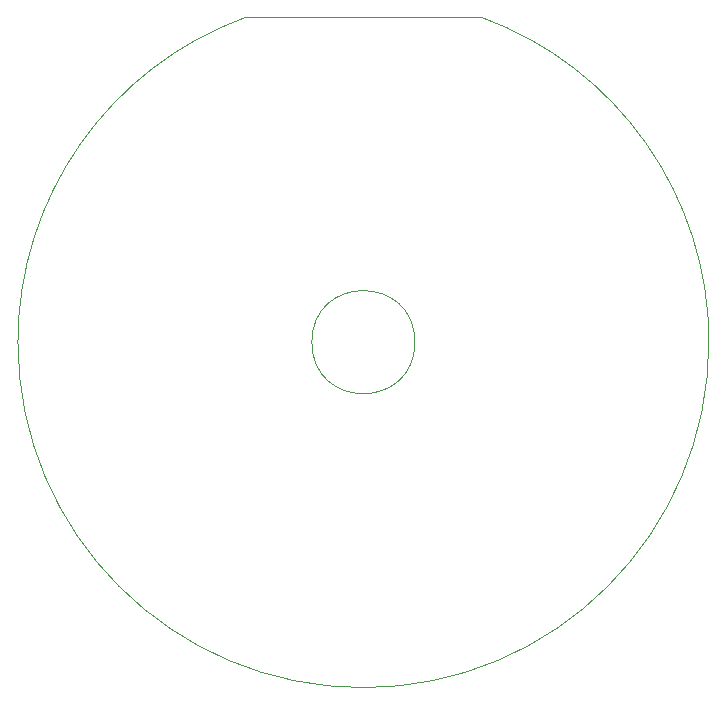
<source format=gbr>
%FSLAX46Y46*%
G04 Gerber Fmt 4.6, Leading zero omitted, Abs format (unit mm)*
G04 Created by KiCad (PCBNEW (2014-jul-16 BZR unknown)-product) date Tue 05 Aug 2014 16:38:57 CST*
%MOMM*%
G01*
G04 APERTURE LIST*
%ADD10C,0.150000*%
%ADD11C,0.100000*%
G04 APERTURE END LIST*
D10*
D11*
X190000000Y-72500000D02*
X210000000Y-72500000D01*
X229261749Y-99991372D02*
G75*
G03X210000000Y-72500000I-29261749J-8628D01*
G74*
G01*
X189995911Y-72513991D02*
G75*
G03X170750000Y-100000000I10004089J-27486009D01*
G74*
G01*
X170750000Y-100000000D02*
G75*
G03X200000000Y-129250000I29250000J0D01*
G74*
G01*
X200000000Y-129250000D02*
G75*
G03X229250000Y-100000000I0J29250000D01*
G74*
G01*
X204366062Y-100000000D02*
G75*
G03X204366062Y-100000000I-4366062J0D01*
G74*
G01*
M02*

</source>
